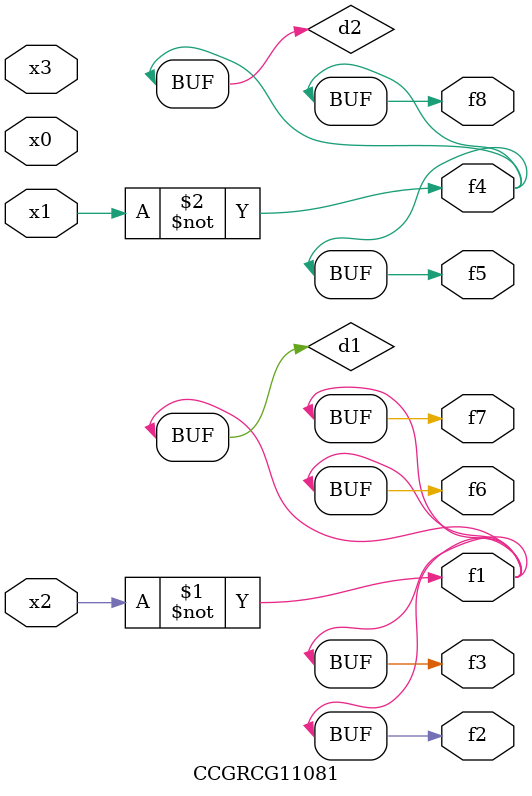
<source format=v>
module CCGRCG11081(
	input x0, x1, x2, x3,
	output f1, f2, f3, f4, f5, f6, f7, f8
);

	wire d1, d2;

	xnor (d1, x2);
	not (d2, x1);
	assign f1 = d1;
	assign f2 = d1;
	assign f3 = d1;
	assign f4 = d2;
	assign f5 = d2;
	assign f6 = d1;
	assign f7 = d1;
	assign f8 = d2;
endmodule

</source>
